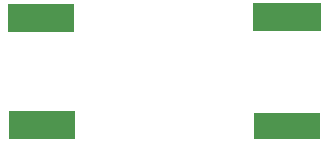
<source format=gbr>
%TF.GenerationSoftware,KiCad,Pcbnew,8.0.8*%
%TF.CreationDate,2025-02-27T12:07:19-08:00*%
%TF.ProjectId,proto,70726f74-6f2e-46b6-9963-61645f706362,rev?*%
%TF.SameCoordinates,Original*%
%TF.FileFunction,Paste,Top*%
%TF.FilePolarity,Positive*%
%FSLAX46Y46*%
G04 Gerber Fmt 4.6, Leading zero omitted, Abs format (unit mm)*
G04 Created by KiCad (PCBNEW 8.0.8) date 2025-02-27 12:07:19*
%MOMM*%
%LPD*%
G01*
G04 APERTURE LIST*
%ADD10R,5.809998X2.359998*%
%ADD11R,5.631000X2.391000*%
%ADD12R,5.701000X2.351000*%
%ADD13R,5.710994X2.310994*%
G04 APERTURE END LIST*
D10*
%TO.C,U1*%
X123054999Y-95710001D03*
D11*
X102284500Y-95744500D03*
D12*
X102299500Y-104835500D03*
D13*
X123095497Y-104905497D03*
%TD*%
M02*

</source>
